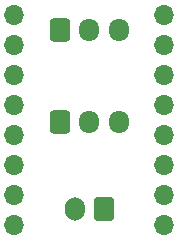
<source format=gbr>
%TF.GenerationSoftware,KiCad,Pcbnew,(6.0.0)*%
%TF.CreationDate,2022-12-15T21:07:09-05:00*%
%TF.ProjectId,Stepstick_Pixel,53746570-7374-4696-936b-5f506978656c,rev?*%
%TF.SameCoordinates,Original*%
%TF.FileFunction,Soldermask,Top*%
%TF.FilePolarity,Negative*%
%FSLAX46Y46*%
G04 Gerber Fmt 4.6, Leading zero omitted, Abs format (unit mm)*
G04 Created by KiCad (PCBNEW (6.0.0)) date 2022-12-15 21:07:09*
%MOMM*%
%LPD*%
G01*
G04 APERTURE LIST*
G04 Aperture macros list*
%AMRoundRect*
0 Rectangle with rounded corners*
0 $1 Rounding radius*
0 $2 $3 $4 $5 $6 $7 $8 $9 X,Y pos of 4 corners*
0 Add a 4 corners polygon primitive as box body*
4,1,4,$2,$3,$4,$5,$6,$7,$8,$9,$2,$3,0*
0 Add four circle primitives for the rounded corners*
1,1,$1+$1,$2,$3*
1,1,$1+$1,$4,$5*
1,1,$1+$1,$6,$7*
1,1,$1+$1,$8,$9*
0 Add four rect primitives between the rounded corners*
20,1,$1+$1,$2,$3,$4,$5,0*
20,1,$1+$1,$4,$5,$6,$7,0*
20,1,$1+$1,$6,$7,$8,$9,0*
20,1,$1+$1,$8,$9,$2,$3,0*%
G04 Aperture macros list end*
%ADD10RoundRect,0.250000X-0.600000X-0.725000X0.600000X-0.725000X0.600000X0.725000X-0.600000X0.725000X0*%
%ADD11O,1.700000X1.950000*%
%ADD12O,1.700000X1.700000*%
%ADD13RoundRect,0.250000X0.600000X0.750000X-0.600000X0.750000X-0.600000X-0.750000X0.600000X-0.750000X0*%
%ADD14O,1.700000X2.000000*%
G04 APERTURE END LIST*
D10*
%TO.C,J4*%
X130850000Y-80120000D03*
D11*
X133350000Y-80120000D03*
X135850000Y-80120000D03*
%TD*%
D12*
%TO.C,U3*%
X127000000Y-71120000D03*
X127000000Y-73660000D03*
X127000000Y-76200000D03*
X127000000Y-78740000D03*
X127000000Y-81280000D03*
X127000000Y-83820000D03*
X127000000Y-86360000D03*
X127000000Y-88900000D03*
X139700000Y-88900000D03*
X139700000Y-86360000D03*
X139700000Y-83820000D03*
X139700000Y-81280000D03*
X139700000Y-78740000D03*
X139700000Y-76200000D03*
X139700000Y-73660000D03*
X139700000Y-71120000D03*
%TD*%
D13*
%TO.C,J5*%
X134600000Y-87520000D03*
D14*
X132100000Y-87520000D03*
%TD*%
D10*
%TO.C,J3*%
X130850000Y-72373000D03*
D11*
X133350000Y-72373000D03*
X135850000Y-72373000D03*
%TD*%
M02*

</source>
